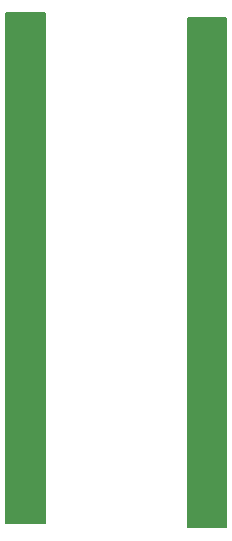
<source format=gbs>
%TF.GenerationSoftware,KiCad,Pcbnew,7.0.1*%
%TF.CreationDate,2024-12-23T01:12:25-08:00*%
%TF.ProjectId,SOP32-DIP32_adapter,534f5033-322d-4444-9950-33325f616461,rev?*%
%TF.SameCoordinates,Original*%
%TF.FileFunction,Soldermask,Bot*%
%TF.FilePolarity,Negative*%
%FSLAX46Y46*%
G04 Gerber Fmt 4.6, Leading zero omitted, Abs format (unit mm)*
G04 Created by KiCad (PCBNEW 7.0.1) date 2024-12-23 01:12:25*
%MOMM*%
%LPD*%
G01*
G04 APERTURE LIST*
%ADD10C,0.150000*%
G04 APERTURE END LIST*
D10*
X99400000Y-74950000D02*
X102650000Y-74950000D01*
X102650000Y-118100000D01*
X99400000Y-118100000D01*
X99400000Y-74950000D01*
G36*
X99400000Y-74950000D02*
G01*
X102650000Y-74950000D01*
X102650000Y-118100000D01*
X99400000Y-118100000D01*
X99400000Y-74950000D01*
G37*
X114750000Y-75300000D02*
X118000000Y-75300000D01*
X118000000Y-118450000D01*
X114750000Y-118450000D01*
X114750000Y-75300000D01*
G36*
X114750000Y-75300000D02*
G01*
X118000000Y-75300000D01*
X118000000Y-118450000D01*
X114750000Y-118450000D01*
X114750000Y-75300000D01*
G37*
M02*

</source>
